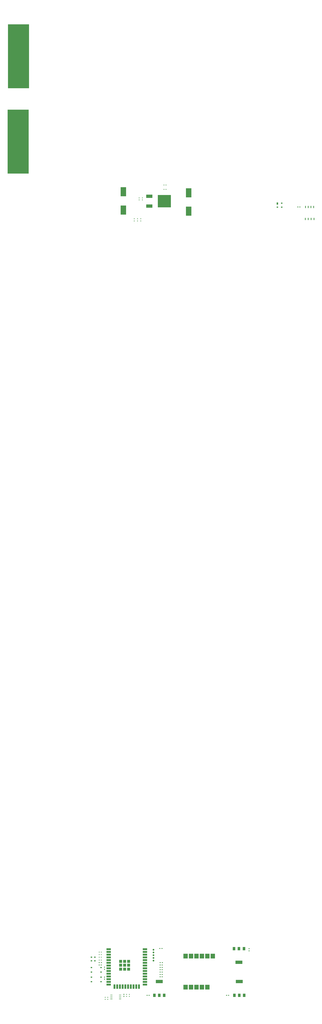
<source format=gtp>
%FSTAX44Y44*%
%MOMM*%
%SFA1B1*%

%IPPOS*%
%ADD19R,0.299999X0.349999*%
%ADD20R,0.349999X0.299999*%
%ADD21R,0.449999X0.499999*%
%ADD22O,1.099998X0.200000*%
%ADD23R,3.299993X1.599997*%
%ADD24R,1.199998X1.599997*%
%ADD25R,0.499999X0.449999*%
%ADD26R,1.999996X2.299995*%
%ADD27C,0.799998*%
%ADD28R,0.649999X0.499999*%
%ADD29R,1.329997X1.329997*%
%ADD30R,0.899998X1.999996*%
%ADD31R,1.999996X0.899998*%
%ADD32R,0.799998X0.499999*%
%ADD33R,2.999994X1.599997*%
%ADD34R,6.199988X5.799988*%
%ADD35R,9.799980X29.799940*%
%ADD36R,2.499995X4.299991*%
%ADD37R,0.699999X0.599999*%
%ADD38R,0.699999X0.999998*%
%ADD39R,0.449999X0.999998*%
%LNpcb1-1*%
%LPD*%
G54D19*
X00315638Y03491383D03*
X00306138D03*
X00315638Y03471063D03*
X00306138D03*
X00013198Y-00122459D03*
X00003698D03*
X00003652Y-00109102D03*
X00013152D03*
X00013198Y-00085389D03*
X00003698D03*
X00013198Y-00097059D03*
X00003698D03*
G54D20*
X00190058Y03431363D03*
Y03421863D03*
X00205298Y03431363D03*
Y03421863D03*
X00144304Y-00291904D03*
Y-00282404D03*
X00131604Y-00291904D03*
Y-00282404D03*
X00043974Y-00305563D03*
Y-00296063D03*
X00032164Y-00305563D03*
Y-00296063D03*
X00167198Y03333809D03*
Y03324309D03*
X00182438Y03333809D03*
Y03324309D03*
X00197678D03*
Y03333809D03*
G54D21*
X00118904Y-00291904D03*
Y-00282404D03*
X00703138Y-00079309D03*
Y-00069809D03*
X0002846Y-00202206D03*
Y-00211706D03*
Y-00156008D03*
Y-00165508D03*
G54D22*
X00101276Y-00305063D03*
Y-00298563D03*
Y-00292063D03*
Y-00285563D03*
X00060276Y-00305063D03*
Y-00298563D03*
Y-00292063D03*
Y-00285563D03*
G54D23*
X00656148Y-00133209D03*
X00657418Y-00222879D03*
X00284038D03*
G54D24*
X00633148Y-00069209D03*
X00656148D03*
X00679148D03*
X00680418Y-00286879D03*
X00657418D03*
X00634418D03*
X00307038D03*
X00284038D03*
X00261038D03*
G54D25*
X00598058Y-00286879D03*
X00607558D03*
X00296408Y-00068189D03*
X00286908D03*
X00297863Y-00200841D03*
X00288363D03*
X00297796Y-00189638D03*
X00288296D03*
X00297863Y-00178679D03*
X00288363D03*
X00297863Y-00167704D03*
X00288363D03*
X00297678Y-00156822D03*
X00288178D03*
X00297678Y-00145575D03*
X00288178D03*
X00298263Y-00134932D03*
X00288763D03*
X00004112Y-00134362D03*
X00013612D03*
X00004033Y-00145749D03*
X00013533D03*
X0022702Y-00287154D03*
X0023652D03*
X00931128Y03389318D03*
X00940628D03*
G54D26*
X00508574Y-00248749D03*
X00483174D03*
X00457774D03*
X00432374D03*
X00406974D03*
X00533974Y-00103749D03*
X00508574D03*
X00483174D03*
X00457774D03*
X00432374D03*
X00406974D03*
G54D27*
X00257148Y-00125639D03*
Y-00112939D03*
Y-00100239D03*
Y-00087539D03*
Y-00074839D03*
G54D28*
X-0001632Y-00109417D03*
Y-00125917D03*
X-00032669Y-00109418D03*
Y-00125918D03*
G54D29*
X00140878Y-00165009D03*
X00122528D03*
X00104178D03*
X00140878Y-00146659D03*
X00122528D03*
X00104178D03*
X00140878Y-00128309D03*
X00122528D03*
X00104178D03*
G54D30*
X00189678Y-00246759D03*
X00176978D03*
X00164278D03*
X00151578D03*
X00138878D03*
X00126178D03*
X00113478D03*
X00100778D03*
X00088078D03*
X00075378D03*
G54D31*
X00217528Y-00071659D03*
Y-00084359D03*
Y-00097059D03*
Y-00109759D03*
Y-00122459D03*
Y-00135159D03*
Y-00147859D03*
Y-00160559D03*
Y-00173259D03*
Y-00185959D03*
Y-00198659D03*
Y-00211359D03*
Y-00224059D03*
Y-00236759D03*
X00047528D03*
Y-00224059D03*
Y-00211359D03*
Y-00198659D03*
Y-00185959D03*
Y-00173259D03*
Y-00160559D03*
Y-00147859D03*
Y-00135159D03*
Y-00122459D03*
Y-00109759D03*
Y-00097059D03*
Y-00084359D03*
Y-00071659D03*
G54D32*
X00012618Y-00202158D03*
X-0003238D03*
X00012618Y-00223658D03*
X-0003238D03*
X00012618Y-00157258D03*
X-0003238D03*
X00012618Y-00178758D03*
X-0003238D03*
G54D33*
X00237228Y03393603D03*
Y03439303D03*
G54D34*
X00308128Y03416453D03*
G54D35*
X-00374455Y03694184D03*
X-00373185Y04091694D03*
G54D36*
X00421198Y03369893D03*
Y03455393D03*
X00116398Y03374973D03*
Y03460473D03*
G54D37*
X00855378Y0340714D03*
Y03388139D03*
X00835378D03*
G54D38*
X00835378Y03405139D03*
G54D39*
X01005937Y03333128D03*
X00992475D03*
X00979267D03*
X00965805D03*
X00966821Y03389318D03*
X00979521D03*
X00992221D03*
X01004921D03*
M02*
</source>
